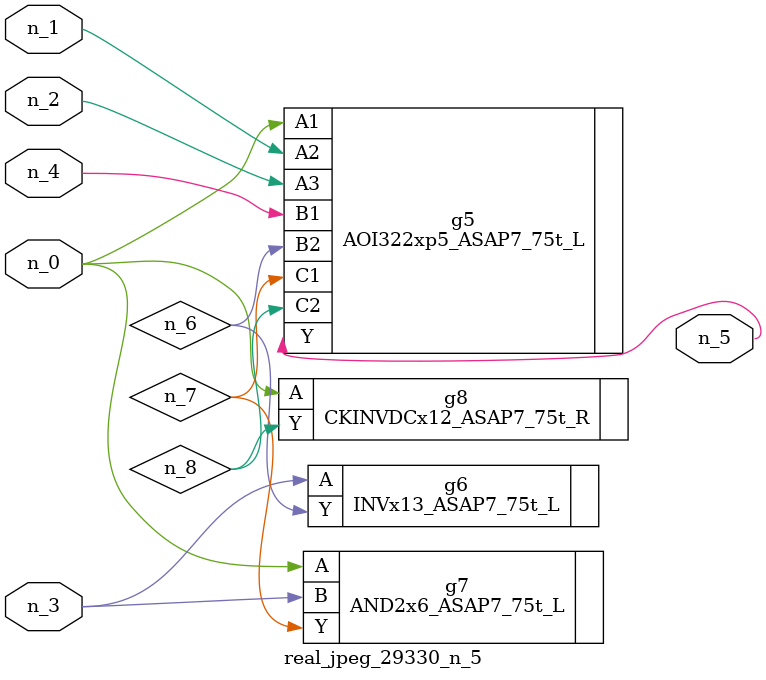
<source format=v>
module real_jpeg_29330_n_5 (n_4, n_0, n_1, n_2, n_3, n_5);

input n_4;
input n_0;
input n_1;
input n_2;
input n_3;

output n_5;

wire n_8;
wire n_6;
wire n_7;

AOI322xp5_ASAP7_75t_L g5 ( 
.A1(n_0),
.A2(n_1),
.A3(n_2),
.B1(n_4),
.B2(n_6),
.C1(n_7),
.C2(n_8),
.Y(n_5)
);

AND2x6_ASAP7_75t_L g7 ( 
.A(n_0),
.B(n_3),
.Y(n_7)
);

CKINVDCx12_ASAP7_75t_R g8 ( 
.A(n_0),
.Y(n_8)
);

INVx13_ASAP7_75t_L g6 ( 
.A(n_3),
.Y(n_6)
);


endmodule
</source>
